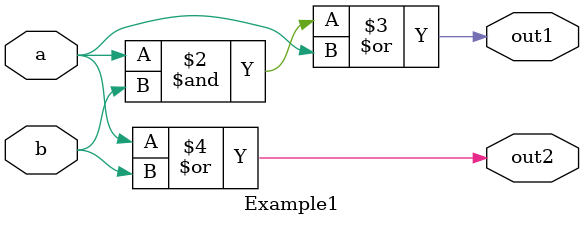
<source format=sv>
module Example1 (
    input logic a,
    input logic b,
    output logic out1,
    output logic out2
);

    always_comb begin
        out1 = a & b | a;
        out2 = a | b;
    end

endmodule

</source>
